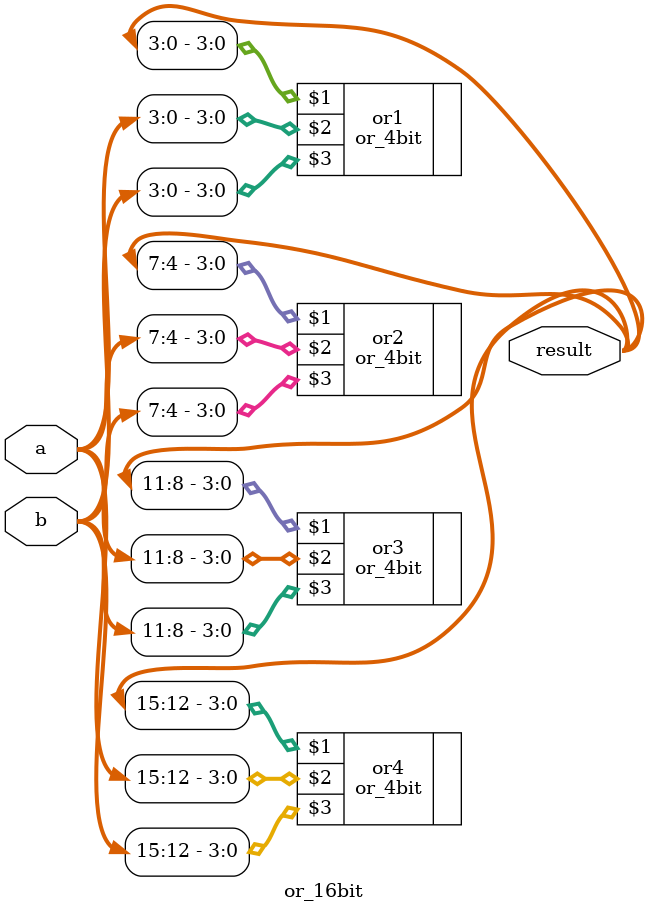
<source format=v>
module or_16bit (
	output [15:0] result,
	input [15:0] a, 
	input [15:0] b
);

	or_4bit or1 (result[3:0], a[3:0], b[3:0]);
	or_4bit or2 (result[7:4], a[7:4], b[7:4]);
	or_4bit or3 (result[11:8], a[11:8], b[11:8]);
	or_4bit or4 (result[15:12], a[15:12], b[15:12]);
endmodule
	
</source>
